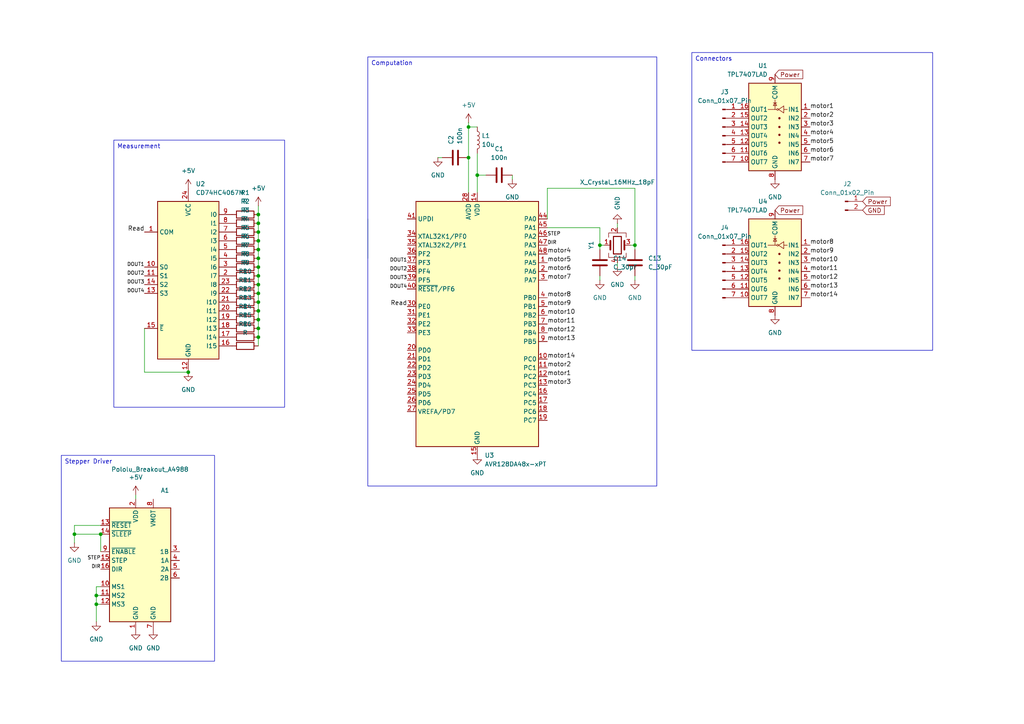
<source format=kicad_sch>
(kicad_sch (version 20250114) (generator "eeschema") (generator_version "9.0")
  (paper "A4")
  (lib_symbols
    (symbol "74xx:CD74HC4067M"
      (property "Reference" "U" (at -8.89 22.86 0))
      (property "Value" "CD74HC4067M" (at 1.27 22.86 0))
      (symbol "CD74HC4067M_0_1"
        (rectangle (start -8.89 21.59) (end 8.89 -24.13) (stroke (width 0.254)) (fill (type background)))
      )
      (symbol "CD74HC4067M_1_1"
        (pin passive line (at -12.7 12.7 0) (length 3.81) (name "COM") (number "1"))
        (pin input line (at -12.7 2.54 0) (length 3.81) (name "S0") (number "10"))
        (pin input line (at -12.7 0 0) (length 3.81) (name "S1") (number "11"))
        (pin input line (at -12.7 -2.54 0) (length 3.81) (name "S2") (number "14"))
        (pin input line (at -12.7 -5.08 0) (length 3.81) (name "S3") (number "13"))
        (pin input line (at -12.7 -15.24 0) (length 3.81) (name "~{E}") (number "15"))
        (pin power_in line (at 0 25.4 270) (length 3.81) (name "VCC") (number "24"))
        (pin power_in line (at 0 -27.94 90) (length 3.81) (name "GND") (number "12"))
        (pin passive line (at 12.7 17.78 180) (length 3.81) (name "I0") (number "9"))
        (pin passive line (at 12.7 15.24 180) (length 3.81) (name "I1") (number "8"))
        (pin passive line (at 12.7 12.7 180) (length 3.81) (name "I2") (number "7"))
        (pin passive line (at 12.7 10.16 180) (length 3.81) (name "I3") (number "6"))
        (pin passive line (at 12.7 7.62 180) (length 3.81) (name "I4") (number "5"))
        (pin passive line (at 12.7 5.08 180) (length 3.81) (name "I5") (number "4"))
        (pin passive line (at 12.7 2.54 180) (length 3.81) (name "I6") (number "3"))
        (pin passive line (at 12.7 0 180) (length 3.81) (name "I7") (number "2"))
        (pin passive line (at 12.7 -2.54 180) (length 3.81) (name "I8") (number "23"))
        (pin passive line (at 12.7 -5.08 180) (length 3.81) (name "I9") (number "22"))
        (pin passive line (at 12.7 -7.62 180) (length 3.81) (name "I10") (number "21"))
        (pin passive line (at 12.7 -10.16 180) (length 3.81) (name "I11") (number "20"))
        (pin passive line (at 12.7 -12.7 180) (length 3.81) (name "I12") (number "19"))
        (pin passive line (at 12.7 -15.24 180) (length 3.81) (name "I13") (number "18"))
        (pin passive line (at 12.7 -17.78 180) (length 3.81) (name "I14") (number "17"))
        (pin passive line (at 12.7 -20.32 180) (length 3.81) (name "I15") (number "16"))
      )
    )
    (symbol "Connector:Conn_01x02_Pin" (pin_names (offset 1.016) (hide yes))
      (property "Reference" "J" (at 0 2.54 0))
      (property "Value" "Conn_01x02_Pin" (at 0 -5.08 0))
      (symbol "Conn_01x02_Pin_1_1"
        (rectangle (start 0.8636 0.127) (end 0 -0.127) (stroke (width 0.1524)) (fill (type outline)))
        (rectangle (start 0.8636 -2.413) (end 0 -2.667) (stroke (width 0.1524)) (fill (type outline)))
        (polyline (pts (xy 1.27 0) (xy 0.8636 0)) (stroke (width 0.1524)))
        (polyline (pts (xy 1.27 -2.54) (xy 0.8636 -2.54)) (stroke (width 0.1524)))
        (pin passive line (at 5.08 0 180) (length 3.81) (name "Pin_1") (number "1"))
        (pin passive line (at 5.08 -2.54 180) (length 3.81) (name "Pin_2") (number "2"))
      )
    )
    (symbol "Connector:Conn_01x07_Pin" (pin_names (offset 1.016) (hide yes))
      (property "Reference" "J" (at 0 10.16 0))
      (property "Value" "Conn_01x07_Pin" (at 0 -10.16 0))
      (symbol "Conn_01x07_Pin_1_1"
        (rectangle (start 0.8636 7.747) (end 0 7.493) (stroke (width 0.1524)) (fill (type outline)))
        (rectangle (start 0.8636 5.207) (end 0 4.953) (stroke (width 0.1524)) (fill (type outline)))
        (rectangle (start 0.8636 2.667) (end 0 2.413) (stroke (width 0.1524)) (fill (type outline)))
        (rectangle (start 0.8636 0.127) (end 0 -0.127) (stroke (width 0.1524)) (fill (type outline)))
        (rectangle (start 0.8636 -2.413) (end 0 -2.667) (stroke (width 0.1524)) (fill (type outline)))
        (rectangle (start 0.8636 -4.953) (end 0 -5.207) (stroke (width 0.1524)) (fill (type outline)))
        (rectangle (start 0.8636 -7.493) (end 0 -7.747) (stroke (width 0.1524)) (fill (type outline)))
        (polyline (pts (xy 1.27 7.62) (xy 0.8636 7.62)) (stroke (width 0.1524)))
        (polyline (pts (xy 1.27 5.08) (xy 0.8636 5.08)) (stroke (width 0.1524)))
        (polyline (pts (xy 1.27 2.54) (xy 0.8636 2.54)) (stroke (width 0.1524)))
        (polyline (pts (xy 1.27 0) (xy 0.8636 0)) (stroke (width 0.1524)))
        (polyline (pts (xy 1.27 -2.54) (xy 0.8636 -2.54)) (stroke (width 0.1524)))
        (polyline (pts (xy 1.27 -5.08) (xy 0.8636 -5.08)) (stroke (width 0.1524)))
        (polyline (pts (xy 1.27 -7.62) (xy 0.8636 -7.62)) (stroke (width 0.1524)))
        (pin passive line (at 5.08 7.62 180) (length 3.81) (name "Pin_1") (number "1"))
        (pin passive line (at 5.08 5.08 180) (length 3.81) (name "Pin_2") (number "2"))
        (pin passive line (at 5.08 2.54 180) (length 3.81) (name "Pin_3") (number "3"))
        (pin passive line (at 5.08 0 180) (length 3.81) (name "Pin_4") (number "4"))
        (pin passive line (at 5.08 -2.54 180) (length 3.81) (name "Pin_5") (number "5"))
        (pin passive line (at 5.08 -5.08 180) (length 3.81) (name "Pin_6") (number "6"))
        (pin passive line (at 5.08 -7.62 180) (length 3.81) (name "Pin_7") (number "7"))
      )
    )
    (symbol "Device:C" (pin_numbers (hide yes)) (pin_names (offset 0.254))
      (property "Reference" "C" (at 0.635 2.54 0))
      (property "Value" "C" (at 0.635 -2.54 0))
      (symbol "C_0_1"
        (polyline (pts (xy -2.032 0.762) (xy 2.032 0.762)) (stroke (width 0.508)))
        (polyline (pts (xy -2.032 -0.762) (xy 2.032 -0.762)) (stroke (width 0.508)))
      )
      (symbol "C_1_1"
        (pin passive line (at 0 3.81 270) (length 2.794) (name "~") (number "1"))
        (pin passive line (at 0 -3.81 90) (length 2.794) (name "~") (number "2"))
      )
    )
    (symbol "Device:L" (pin_numbers (hide yes)) (pin_names (offset 1.016) (hide yes))
      (property "Reference" "L" (at -1.27 0 90))
      (property "Value" "L" (at 1.905 0 90))
      (symbol "L_0_1"
        (arc (start 0 2.54) (mid 0.6323 1.905) (end 0 1.27))
        (arc (start 0 1.27) (mid 0.6323 0.635) (end 0 0))
        (arc (start 0 0) (mid 0.6323 -0.635) (end 0 -1.27))
        (arc (start 0 -1.27) (mid 0.6323 -1.905) (end 0 -2.54))
      )
      (symbol "L_1_1"
        (pin passive line (at 0 3.81 270) (length 1.27) (name "1") (number "1"))
        (pin passive line (at 0 -3.81 90) (length 1.27) (name "2") (number "2"))
      )
    )
    (symbol "Device:R" (pin_numbers (hide yes)) (pin_names (offset 0))
      (property "Reference" "R" (at 2.032 0 90))
      (property "Value" "R" (at 0 0 90))
      (symbol "R_0_1"
        (rectangle (start -1.016 -2.54) (end 1.016 2.54) (stroke (width 0.254)))
      )
      (symbol "R_1_1"
        (pin passive line (at 0 3.81 270) (length 1.27) (name "~") (number "1"))
        (pin passive line (at 0 -3.81 90) (length 1.27) (name "~") (number "2"))
      )
    )
    (symbol "Driver_Motor:Pololu_Breakout_A4988"
      (property "Reference" "A" (at -2.54 19.05 0))
      (property "Value" "Pololu_Breakout_A4988" (at -2.54 16.51 0))
      (symbol "Pololu_Breakout_A4988_0_1"
        (rectangle (start 10.16 -17.78) (end -7.62 15.24) (stroke (width 0.254)) (fill (type background)))
      )
      (symbol "Pololu_Breakout_A4988_1_1"
        (pin input line (at -10.16 10.16 0) (length 2.54) (name "~{RESET}") (number "13"))
        (pin input line (at -10.16 7.62 0) (length 2.54) (name "~{SLEEP}") (number "14"))
        (pin input line (at -10.16 2.54 0) (length 2.54) (name "~{ENABLE}") (number "9"))
        (pin input line (at -10.16 0 0) (length 2.54) (name "STEP") (number "15"))
        (pin input line (at -10.16 -2.54 0) (length 2.54) (name "DIR") (number "16"))
        (pin input line (at -10.16 -7.62 0) (length 2.54) (name "MS1") (number "10"))
        (pin input line (at -10.16 -10.16 0) (length 2.54) (name "MS2") (number "11"))
        (pin input line (at -10.16 -12.7 0) (length 2.54) (name "MS3") (number "12"))
        (pin power_in line (at 0 17.78 270) (length 2.54) (name "VDD") (number "2"))
        (pin power_in line (at 0 -20.32 90) (length 2.54) (name "GND") (number "1"))
        (pin power_in line (at 5.08 17.78 270) (length 2.54) (name "VMOT") (number "8"))
        (pin power_in line (at 5.08 -20.32 90) (length 2.54) (name "GND") (number "7"))
        (pin output line (at 12.7 2.54 180) (length 2.54) (name "1B") (number "3"))
        (pin output line (at 12.7 0 180) (length 2.54) (name "1A") (number "4"))
        (pin output line (at 12.7 -2.54 180) (length 2.54) (name "2A") (number "5"))
        (pin output line (at 12.7 -5.08 180) (length 2.54) (name "2B") (number "6"))
      )
    )
    (symbol "MCU_Microchip_AVR_Dx:AVR128DA48x-xPT"
      (property "Reference" "U" (at -17.78 36.83 0))
      (property "Value" "AVR128DA48x-xPT" (at 5.08 -36.83 0))
      (symbol "AVR128DA48x-xPT_0_1"
        (rectangle (start -17.78 35.56) (end 17.78 -35.56) (stroke (width 0.254)) (fill (type background)))
      )
      (symbol "AVR128DA48x-xPT_1_1"
        (pin input line (at -20.32 30.48 0) (length 2.54) (name "UPDI") (number "41"))
        (pin bidirectional line (at -20.32 25.4 0) (length 2.54) (name "XTAL32K1/PF0") (number "34"))
        (pin bidirectional line (at -20.32 22.86 0) (length 2.54) (name "XTAL32K2/PF1") (number "35"))
        (pin bidirectional line (at -20.32 20.32 0) (length 2.54) (name "PF2") (number "36"))
        (pin bidirectional line (at -20.32 17.78 0) (length 2.54) (name "PF3") (number "37"))
        (pin bidirectional line (at -20.32 15.24 0) (length 2.54) (name "PF4") (number "38"))
        (pin bidirectional line (at -20.32 12.7 0) (length 2.54) (name "PF5") (number "39"))
        (pin bidirectional line (at -20.32 10.16 0) (length 2.54) (name "~{RESET}/PF6") (number "40"))
        (pin bidirectional line (at -20.32 5.08 0) (length 2.54) (name "PE0") (number "30"))
        (pin bidirectional line (at -20.32 2.54 0) (length 2.54) (name "PE1") (number "31"))
        (pin bidirectional line (at -20.32 0 0) (length 2.54) (name "PE2") (number "32"))
        (pin bidirectional line (at -20.32 -2.54 0) (length 2.54) (name "PE3") (number "33"))
        (pin bidirectional line (at -20.32 -7.62 0) (length 2.54) (name "PD0") (number "20"))
        (pin bidirectional line (at -20.32 -10.16 0) (length 2.54) (name "PD1") (number "21"))
        (pin bidirectional line (at -20.32 -12.7 0) (length 2.54) (name "PD2") (number "22"))
        (pin bidirectional line (at -20.32 -15.24 0) (length 2.54) (name "PD3") (number "23"))
        (pin bidirectional line (at -20.32 -17.78 0) (length 2.54) (name "PD4") (number "24"))
        (pin bidirectional line (at -20.32 -20.32 0) (length 2.54) (name "PD5") (number "25"))
        (pin bidirectional line (at -20.32 -22.86 0) (length 2.54) (name "PD6") (number "26"))
        (pin bidirectional line (at -20.32 -25.4 0) (length 2.54) (name "VREFA/PD7") (number "27"))
        (pin power_in line (at -2.54 38.1 270) (length 2.54) (name "AVDD") (number "28"))
        (pin power_in line (at 0 38.1 270) (length 2.54) (name "VDD") (number "14"))
        (pin passive line (at 0 38.1 270) (length 2.54) (hide yes) (name "VDD") (number "42"))
        (pin power_in line (at 0 -38.1 90) (length 2.54) (name "GND") (number "15"))
        (pin passive line (at 0 -38.1 90) (length 2.54) (hide yes) (name "GND") (number "29"))
        (pin passive line (at 0 -38.1 90) (length 2.54) (hide yes) (name "GND") (number "43"))
        (pin bidirectional line (at 20.32 30.48 180) (length 2.54) (name "PA0") (number "44"))
        (pin bidirectional line (at 20.32 27.94 180) (length 2.54) (name "PA1") (number "45"))
        (pin bidirectional line (at 20.32 25.4 180) (length 2.54) (name "PA2") (number "46"))
        (pin bidirectional line (at 20.32 22.86 180) (length 2.54) (name "PA3") (number "47"))
        (pin bidirectional line (at 20.32 20.32 180) (length 2.54) (name "PA4") (number "48"))
        (pin bidirectional line (at 20.32 17.78 180) (length 2.54) (name "PA5") (number "1"))
        (pin bidirectional line (at 20.32 15.24 180) (length 2.54) (name "PA6") (number "2"))
        (pin bidirectional line (at 20.32 12.7 180) (length 2.54) (name "PA7") (number "3"))
        (pin bidirectional line (at 20.32 7.62 180) (length 2.54) (name "PB0") (number "4"))
        (pin bidirectional line (at 20.32 5.08 180) (length 2.54) (name "PB1") (number "5"))
        (pin bidirectional line (at 20.32 2.54 180) (length 2.54) (name "PB2") (number "6"))
        (pin bidirectional line (at 20.32 0 180) (length 2.54) (name "PB3") (number "7"))
        (pin bidirectional line (at 20.32 -2.54 180) (length 2.54) (name "PB4") (number "8"))
        (pin bidirectional line (at 20.32 -5.08 180) (length 2.54) (name "PB5") (number "9"))
        (pin bidirectional line (at 20.32 -10.16 180) (length 2.54) (name "PC0") (number "10"))
        (pin bidirectional line (at 20.32 -12.7 180) (length 2.54) (name "PC1") (number "11"))
        (pin bidirectional line (at 20.32 -15.24 180) (length 2.54) (name "PC2") (number "12"))
        (pin bidirectional line (at 20.32 -17.78 180) (length 2.54) (name "PC3") (number "13"))
        (pin bidirectional line (at 20.32 -20.32 180) (length 2.54) (name "PC4") (number "16"))
        (pin bidirectional line (at 20.32 -22.86 180) (length 2.54) (name "PC5") (number "17"))
        (pin bidirectional line (at 20.32 -25.4 180) (length 2.54) (name "PC6") (number "18"))
        (pin bidirectional line (at 20.32 -27.94 180) (length 2.54) (name "PC7") (number "19"))
      )
    )
    (symbol "OEM:C_30pF" (pin_numbers (hide yes)) (pin_names (offset 0.254))
      (property "Reference" "C" (at 0.635 2.54 0))
      (property "Value" "C_30pF" (at 0.635 -2.54 0))
      (symbol "C_30pF_0_1"
        (polyline (pts (xy -2.032 0.762) (xy 2.032 0.762)) (stroke (width 0.508)))
        (polyline (pts (xy -2.032 -0.762) (xy 2.032 -0.762)) (stroke (width 0.508)))
      )
      (symbol "C_30pF_1_1"
        (pin passive line (at 0 3.81 270) (length 2.794) (name "~") (number "1"))
        (pin passive line (at 0 -3.81 90) (length 2.794) (name "~") (number "2"))
      )
    )
    (symbol "OEM:X_Crystal_16MHz_18pF" (pin_names (offset 1.016) (hide yes))
      (property "Reference" "Y" (at 3.175 5.08 0))
      (property "Value" "X_Crystal_16MHz_18pF" (at 3.175 3.175 0))
      (symbol "X_Crystal_16MHz_18pF_0_1"
        (polyline (pts (xy -2.54 2.286) (xy -2.54 3.556) (xy 2.54 3.556) (xy 2.54 2.286)))
        (polyline (pts (xy -2.54 0) (xy -2.032 0)))
        (polyline (pts (xy -2.54 -2.286) (xy -2.54 -3.556) (xy 2.54 -3.556) (xy 2.54 -2.286)))
        (polyline (pts (xy -2.032 -1.27) (xy -2.032 1.27)) (stroke (width 0.508)))
        (rectangle (start -1.143 2.54) (end 1.143 -2.54) (stroke (width 0.3048)))
        (polyline (pts (xy 0 3.556) (xy 0 3.81)))
        (polyline (pts (xy 0 -3.81) (xy 0 -3.556)))
        (polyline (pts (xy 2.032 0) (xy 2.54 0)))
        (polyline (pts (xy 2.032 -1.27) (xy 2.032 1.27)) (stroke (width 0.508)))
      )
      (symbol "X_Crystal_16MHz_18pF_1_1"
        (pin passive line (at -3.81 0 0) (length 1.27) (name "1") (number "1"))
        (pin passive line (at 0 5.08 270) (length 1.27) (name "2") (number "2"))
        (pin passive line (at 0 -5.08 90) (length 1.27) (name "4") (number "4"))
        (pin passive line (at 3.81 0 180) (length 1.27) (name "3") (number "3"))
      )
    )
    (symbol "Transistor_Array:TPL7407LAD"
      (property "Reference" "U" (at -8.128 13.716 0))
      (property "Value" "TPL7407LAD" (at 6.858 13.716 0))
      (symbol "TPL7407LAD_0_1"
        (rectangle (start -7.62 12.7) (end 7.62 -12.7) (stroke (width 0.254)) (fill (type background)))
        (polyline (pts (xy -3.556 5.08) (xy -2.54 5.08)))
        (polyline (pts (xy -2.54 6.096) (xy -2.54 4.064) (xy -1.016 5.08) (xy -2.54 6.096)))
        (circle (center -1.27 2.54) (radius 0.254) (fill (type outline)))
        (circle (center -1.27 0) (radius 0.254) (fill (type outline)))
        (circle (center -1.27 -2.286) (radius 0.254) (fill (type outline)))
        (circle (center -1.27 -4.572) (radius 0.254) (fill (type outline)))
        (circle (center -0.762 5.08) (radius 0.254))
        (polyline (pts (xy -0.508 5.08) (xy 2.032 5.08)))
        (polyline (pts (xy 0 7.874) (xy 0 5.08)))
        (polyline (pts (xy 0.508 6.985) (xy -0.508 6.985)))
        (polyline (pts (xy 0.508 6.223) (xy -0.508 6.223) (xy 0 6.985) (xy 0.508 6.223)))
      )
      (symbol "TPL7407LAD_1_1"
        (pin input line (at -10.16 5.08 0) (length 2.54) (name "IN1") (number "1"))
        (pin input line (at -10.16 2.54 0) (length 2.54) (name "IN2") (number "2"))
        (pin input line (at -10.16 0 0) (length 2.54) (name "IN3") (number "3"))
        (pin input line (at -10.16 -2.54 0) (length 2.54) (name "IN4") (number "4"))
        (pin input line (at -10.16 -5.08 0) (length 2.54) (name "IN5") (number "5"))
        (pin input line (at -10.16 -7.62 0) (length 2.54) (name "IN6") (number "6"))
        (pin input line (at -10.16 -10.16 0) (length 2.54) (name "IN7") (number "7"))
        (pin power_in line (at 0 15.24 270) (length 2.54) (name "COM") (number "9"))
        (pin power_in line (at 0 -15.24 90) (length 2.54) (name "GND") (number "8"))
        (pin open_collector line (at 10.16 5.08 180) (length 2.54) (name "OUT1") (number "16"))
        (pin open_collector line (at 10.16 2.54 180) (length 2.54) (name "OUT2") (number "15"))
        (pin open_collector line (at 10.16 0 180) (length 2.54) (name "OUT3") (number "14"))
        (pin open_collector line (at 10.16 -2.54 180) (length 2.54) (name "OUT4") (number "13"))
        (pin open_collector line (at 10.16 -5.08 180) (length 2.54) (name "OUT5") (number "12"))
        (pin open_collector line (at 10.16 -7.62 180) (length 2.54) (name "OUT6") (number "11"))
        (pin open_collector line (at 10.16 -10.16 180) (length 2.54) (name "OUT7") (number "10"))
      )
    )
    (symbol "power:+5V" (power) (pin_numbers (hide yes)) (pin_names (offset 0) (hide yes))
      (property "Value" "+5V" (at 0 3.556 0))
      (symbol "+5V_0_1"
        (polyline (pts (xy -0.762 1.27) (xy 0 2.54)))
        (polyline (pts (xy 0 2.54) (xy 0.762 1.27)))
        (polyline (pts (xy 0 0) (xy 0 2.54)))
      )
      (symbol "+5V_1_1"
        (pin power_in line (at 0 0 90) (length 0) (name "~") (number "1"))
      )
    )
    (symbol "power:GND" (power) (pin_numbers (hide yes)) (pin_names (offset 0) (hide yes))
      (property "Value" "GND" (at 0 -3.81 0))
      (symbol "GND_0_1"
        (polyline (pts (xy 0 0) (xy 0 -1.27) (xy 1.27 -1.27) (xy 0 -2.54) (xy -1.27 -1.27) (xy 0 -1.27)))
      )
      (symbol "GND_1_1"
        (pin power_in line (at 0 0 270) (length 0) (name "~") (number "1"))
      )
    )
  )
  (text_box "Stepper Driver" (at 17.78 132.08 0) (size 44.45 59.69) (margins 0.9525 0.9525 0.9525 0.9525) (effects (font (size 1.27 1.27)) (justify left top)))
  (text_box "Connectors" (at 200.66 15.24 0) (size 69.85 86.36) (margins 0.9525 0.9525 0.9525 0.9525) (effects (font (size 1.27 1.27)) (justify left top)))
  (text_box "Measurement" (at 33.02 40.64 0) (size 49.53 77.47) (margins 0.9525 0.9525 0.9525 0.9525) (effects (font (size 1.27 1.27)) (justify left top)))
  (text_box "Computation" (at 106.68 16.51 0) (size 83.82 124.46) (margins 0.9525 0.9525 0.9525 0.9525) (effects (font (size 1.27 1.27)) (justify left top)))
  (junction (at 74.93 77.47))
  (junction (at 74.93 95.25))
  (junction (at 74.93 87.63))
  (junction (at 27.94 175.26))
  (junction (at 135.89 36.83))
  (junction (at 54.61 107.95))
  (junction (at 184.15 71.12))
  (junction (at 29.21 154.94))
  (junction (at 135.89 45.72))
  (junction (at 21.59 154.94))
  (junction (at 74.93 64.77))
  (junction (at 74.93 80.01))
  (junction (at 173.99 71.12))
  (junction (at 74.93 82.55))
  (junction (at 74.93 69.85))
  (junction (at 74.93 85.09))
  (junction (at 74.93 97.79))
  (junction (at 74.93 62.23))
  (junction (at 27.94 172.72))
  (junction (at 138.43 50.8))
  (junction (at 74.93 90.17))
  (junction (at 74.93 67.31))
  (junction (at 74.93 72.39))
  (junction (at 74.93 74.93))
  (junction (at 74.93 92.71))
  (wire (pts (xy 21.59 154.94) (xy 21.59 157.48)))
  (wire (pts (xy 135.89 36.83) (xy 138.43 36.83)))
  (wire (pts (xy 74.93 97.79) (xy 74.93 100.33)))
  (wire (pts (xy 74.93 59.69) (xy 74.93 62.23)))
  (wire (pts (xy 158.75 66.04) (xy 173.99 66.04)))
  (wire (pts (xy 41.91 107.95) (xy 54.61 107.95)))
  (wire (pts (xy 74.93 90.17) (xy 74.93 92.71)))
  (wire (pts (xy 29.21 154.94) (xy 29.21 160.02)))
  (wire (pts (xy 148.59 50.8) (xy 148.59 52.07)))
  (wire (pts (xy 106.68 63.5) (xy 106.68 74.93)))
  (wire (pts (xy 29.21 172.72) (xy 27.94 172.72)))
  (wire (pts (xy 74.93 72.39) (xy 74.93 74.93)))
  (wire (pts (xy 29.21 170.18) (xy 27.94 170.18)))
  (wire (pts (xy 74.93 74.93) (xy 74.93 77.47)))
  (wire (pts (xy 74.93 67.31) (xy 74.93 69.85)))
  (wire (pts (xy 29.21 154.94) (xy 21.59 154.94)))
  (wire (pts (xy 74.93 92.71) (xy 74.93 95.25)))
  (wire (pts (xy 158.75 54.61) (xy 158.75 63.5)))
  (wire (pts (xy 74.93 69.85) (xy 74.93 72.39)))
  (wire (pts (xy 158.75 54.61) (xy 184.15 54.61)))
  (wire (pts (xy 135.89 45.72) (xy 135.89 55.88)))
  (wire (pts (xy 184.15 71.12) (xy 182.88 71.12)))
  (wire (pts (xy 27.94 172.72) (xy 27.94 175.26)))
  (wire (pts (xy 135.89 35.56) (xy 135.89 36.83)))
  (wire (pts (xy 74.93 82.55) (xy 74.93 85.09)))
  (wire (pts (xy 27.94 175.26) (xy 27.94 180.34)))
  (wire (pts (xy 138.43 50.8) (xy 140.97 50.8)))
  (wire (pts (xy 184.15 80.01) (xy 184.15 81.28)))
  (wire (pts (xy 173.99 71.12) (xy 173.99 72.39)))
  (wire (pts (xy 184.15 72.39) (xy 184.15 71.12)))
  (wire (pts (xy 74.93 80.01) (xy 74.93 82.55)))
  (wire (pts (xy 29.21 175.26) (xy 27.94 175.26)))
  (wire (pts (xy 138.43 50.8) (xy 138.43 55.88)))
  (wire (pts (xy 21.59 152.4) (xy 21.59 154.94)))
  (wire (pts (xy 173.99 71.12) (xy 175.26 71.12)))
  (wire (pts (xy 74.93 87.63) (xy 74.93 90.17)))
  (wire (pts (xy 39.37 143.51) (xy 39.37 144.78)))
  (wire (pts (xy 173.99 71.12) (xy 173.99 66.04)))
  (wire (pts (xy 74.93 62.23) (xy 74.93 64.77)))
  (wire (pts (xy 179.07 64.77) (xy 179.07 66.04)))
  (wire (pts (xy 27.94 170.18) (xy 27.94 172.72)))
  (wire (pts (xy 173.99 80.01) (xy 173.99 81.28)))
  (wire (pts (xy 74.93 95.25) (xy 74.93 97.79)))
  (wire (pts (xy 41.91 95.25) (xy 41.91 107.95)))
  (wire (pts (xy 29.21 152.4) (xy 21.59 152.4)))
  (wire (pts (xy 128.27 45.72) (xy 127 45.72)))
  (wire (pts (xy 74.93 85.09) (xy 74.93 87.63)))
  (wire (pts (xy 184.15 54.61) (xy 184.15 71.12)))
  (wire (pts (xy 74.93 64.77) (xy 74.93 67.31)))
  (wire (pts (xy 138.43 44.45) (xy 138.43 50.8)))
  (wire (pts (xy 74.93 77.47) (xy 74.93 80.01)))
  (wire (pts (xy 179.07 76.2) (xy 179.07 77.47)))
  (wire (pts (xy 135.89 36.83) (xy 135.89 45.72)))
  (label "motor14" (at 234.95 86.36 0))
  (label "Read" (at 118.11 88.9 180))
  (label "motor2" (at 234.95 34.29 0))
  (label "Read" (at 41.91 67.31 180))
  (label "motor2" (at 158.75 106.68 0))
  (label "motor4" (at 158.75 73.66 0))
  (label "motor13" (at 234.95 83.82 0))
  (label "DOUT2" (at 118.11 78.74 180) (effects (font (size 1.016 1.016))))
  (label "motor3" (at 158.75 111.76 0))
  (label "motor10" (at 234.95 76.2 0))
  (label "motor11" (at 234.95 78.74 0))
  (label "motor9" (at 158.75 88.9 0))
  (label "motor3" (at 234.95 36.83 0))
  (label "DOUT1" (at 41.91 77.47 180) (effects (font (size 1.016 1.016))))
  (label "DIR" (at 158.75 71.12 0) (effects (font (size 1.016 1.016))))
  (label "DOUT3" (at 118.11 81.28 180) (effects (font (size 1.016 1.016))))
  (label "motor6" (at 158.75 78.74 0))
  (label "motor7" (at 234.95 46.99 0))
  (label "motor1" (at 158.75 109.22 0))
  (label "motor13" (at 158.75 99.06 0))
  (label "motor11" (at 158.75 93.98 0))
  (label "DIR" (at 29.21 165.1 180) (effects (font (size 1.016 1.016))))
  (label "STEP" (at 158.75 68.58 0) (effects (font (size 1.016 1.016))))
  (label "motor12" (at 234.95 81.28 0))
  (label "motor1" (at 234.95 31.75 0))
  (label "motor12" (at 158.75 96.52 0))
  (label "DOUT4" (at 41.91 85.09 180) (effects (font (size 1.016 1.016))))
  (label "motor6" (at 234.95 44.45 0))
  (label "motor5" (at 234.95 41.91 0))
  (label "motor8" (at 234.95 71.12 0))
  (label "DOUT2" (at 41.91 80.01 180) (effects (font (size 1.016 1.016))))
  (label "STEP" (at 29.21 162.56 180) (effects (font (size 1.016 1.016))))
  (label "DOUT4" (at 118.11 83.82 180) (effects (font (size 1.016 1.016))))
  (label "DOUT3" (at 41.91 82.55 180) (effects (font (size 1.016 1.016))))
  (label "motor8" (at 158.75 86.36 0))
  (label "motor10" (at 158.75 91.44 0))
  (label "DOUT1" (at 118.11 76.2 180) (effects (font (size 1.016 1.016))))
  (label "motor14" (at 158.75 104.14 0))
  (label "motor9" (at 234.95 73.66 0))
  (label "motor7" (at 158.75 81.28 0))
  (label "motor5" (at 158.75 76.2 0))
  (label "motor4" (at 234.95 39.37 0))
  (global_label "Power" (shape input) (at 224.79 60.96 0) (property "Intersheetrefs" "${INTERSHEET_REFS}" (effects (hide yes))))
  (global_label "Power" (shape input) (at 224.79 21.59 0) (property "Intersheetrefs" "${INTERSHEET_REFS}" (effects (hide yes))))
  (global_label "GND" (shape input) (at 250.19 60.96 0) (property "Intersheetrefs" "${INTERSHEET_REFS}" (effects (hide yes))))
  (global_label "Power" (shape input) (at 250.19 58.42 0) (property "Intersheetrefs" "${INTERSHEET_REFS}" (effects (hide yes))))
  (symbol (lib_id "MCU_Microchip_AVR_Dx:AVR128DA48x-xPT") (at 138.43 93.98 0) (unit 1)
    (property "Reference" "U3" (at 140.5733 132.08 0) (effects (justify left)))
    (property "Value" "AVR128DA48x-xPT" (at 140.5733 134.62 0) (effects (justify left)))
    (property "Footprint" "Package_QFP:TQFP-48_7x7mm_P0.5mm" (effects (hide yes)))
    (property "Datasheet" "https://ww1.microchip.com/downloads/en/DeviceDoc/AVR128DA28-32-48-64-DataSheet-DS40002183B.pdf" (effects (hide yes)))
    (property "Description" "24MHz, 128kB Flash, 16kB SRAM, EEPROM with Touch Sensing, TQFP-48" (effects (hide yes)))
  )
  (symbol (lib_id "Device:C") (at 132.08 45.72 90) (unit 1)
    (property "Reference" "C2" (at 130.8099 41.91 0) (effects (justify left)))
    (property "Value" "100n" (at 133.3499 41.91 0) (effects (justify left)))
    (property "Description" "Unpolarized capacitor" (effects (hide yes)))
  )
  (symbol (lib_id "power:GND") (at 27.94 180.34 0) (unit 1)
    (property "Reference" "#PWR03" (effects (hide yes)))
    (property "Value" "GND" (at 27.94 185.42 0))
    (property "Description" "Power symbol creates a global label with name \"GND\" , ground" (effects (hide yes)))
  )
  (symbol (lib_id "Device:R") (at 71.12 90.17 90) (unit 1)
    (property "Reference" "R12" (at 71.12 83.82 90))
    (property "Value" "R" (at 71.12 86.36 90))
    (property "Description" "Resistor" (effects (hide yes)))
  )
  (symbol (lib_id "power:GND") (at 54.61 107.95 0) (unit 1)
    (property "Reference" "#PWR06" (effects (hide yes)))
    (property "Value" "GND" (at 54.61 113.03 0))
    (property "Description" "Power symbol creates a global label with name \"GND\" , ground" (effects (hide yes)))
  )
  (symbol (lib_id "OEM:C_30pF") (at 173.99 76.2 0) (unit 1)
    (property "Reference" "C14" (at 177.8 74.9299 0) (effects (justify left)))
    (property "Value" "C_30pF" (at 177.8 77.4699 0) (effects (justify left)))
    (property "Footprint" "OEM:C_0603" (effects (hide yes)))
    (property "Datasheet" "https://www.seielect.com/Catalog/SEI-CML.PDF" (effects (hide yes)))
    (property "Description" "Unpolarized capacitor 30pf 5% 50V C0G NP0 0603" (effects (hide yes)))
    (property "MPN" "CML0603C0G300JT50V" (effects (hide yes)))
    (property "MFN" "Stackpole Electronics" (effects (hide yes)))
    (property "DKPN" "738-CML0603C0G300JT50VDKR-ND" (effects (hide yes)))
    (property "NewDesigns" "YES" (effects (hide yes)))
    (property "Stocked" "Digi-Reel" (effects (hide yes)))
    (property "Package" "0603" (effects (hide yes)))
    (property "Style" "SMD" (effects (hide yes)))
  )
  (symbol (lib_id "Device:R") (at 71.12 87.63 90) (unit 1)
    (property "Reference" "R11" (at 71.12 81.28 90))
    (property "Value" "R" (at 71.12 83.82 90))
    (property "Description" "Resistor" (effects (hide yes)))
  )
  (symbol (lib_id "Device:R") (at 71.12 64.77 90) (unit 1)
    (property "Reference" "R2" (at 71.12 58.42 90))
    (property "Value" "R" (at 71.12 60.96 90))
    (property "Description" "Resistor" (effects (hide yes)))
  )
  (symbol (lib_id "power:GND") (at 21.59 157.48 0) (unit 1)
    (property "Reference" "#PWR04" (effects (hide yes)))
    (property "Value" "GND" (at 21.59 162.56 0))
    (property "Description" "Power symbol creates a global label with name \"GND\" , ground" (effects (hide yes)))
  )
  (symbol (lib_id "Device:R") (at 71.12 77.47 90) (unit 1)
    (property "Reference" "R7" (at 71.12 71.12 90))
    (property "Value" "R" (at 71.12 73.66 90))
    (property "Description" "Resistor" (effects (hide yes)))
  )
  (symbol (lib_id "Device:R") (at 71.12 97.79 90) (unit 1)
    (property "Reference" "R15" (at 71.12 91.44 90))
    (property "Value" "R" (at 71.12 93.98 90))
    (property "Description" "Resistor" (effects (hide yes)))
  )
  (symbol (lib_id "Transistor_Array:TPL7407LAD") (at 224.79 76.2 0) (mirror y) (unit 1)
    (property "Reference" "U4" (at 222.6467 58.42 0) (effects (justify left)))
    (property "Value" "TPL7407LAD" (at 222.6467 60.96 0) (effects (justify left)))
    (property "Footprint" "Package_SO:SOIC-16_3.9x9.9mm_P1.27mm" (effects (hide yes)))
    (property "Datasheet" "https://www.ti.com/lit/gpn/tpl7407la" (effects (hide yes)))
    (property "Description" "7-Channel Low Side Driver, CMOS Improvement of Darlington Array, 30V, SOIC-16" (effects (hide yes)))
  )
  (symbol (lib_id "Device:R") (at 71.12 92.71 90) (unit 1)
    (property "Reference" "R13" (at 71.12 86.36 90))
    (property "Value" "R" (at 71.12 88.9 90))
    (property "Description" "Resistor" (effects (hide yes)))
  )
  (symbol (lib_id "OEM:X_Crystal_16MHz_18pF") (at 179.07 71.12 0) (unit 1)
    (property "Reference" "Y1" (at 171.45 71.12 90))
    (property "Value" "X_Crystal_16MHz_18pF" (at 179.07 52.832 0))
    (property "Footprint" "OEM:Crystal_TXC7M" (effects (hide yes)))
    (property "Datasheet" "http://txccrystal.com/images/pdf/7m.pdf" (effects (hide yes)))
    (property "Description" "16MHz 18pF crystal" (effects (hide yes)))
    (property "MPN" "7M-16.000MAAJ-T" (effects (hide yes)))
    (property "MFN" "TXC" (effects (hide yes)))
    (property "DKPN" "887-1125-1-ND" (effects (hide yes)))
    (property "NewDesigns" "YES" (effects (hide yes)))
    (property "Stocked" "Tape" (effects (hide yes)))
    (property "Package" "Custom" (effects (hide yes)))
    (property "Style" "SMD" (effects (hide yes)))
  )
  (symbol (lib_id "power:GND") (at 179.07 77.47 0) (unit 1)
    (property "Reference" "#PWR021" (effects (hide yes)))
    (property "Value" "GND" (at 179.07 82.55 0))
    (property "Description" "Power symbol creates a global label with name \"GND\" , ground" (effects (hide yes)))
  )
  (symbol (lib_id "power:GND") (at 184.15 81.28 0) (unit 1)
    (property "Reference" "#PWR041" (effects (hide yes)))
    (property "Value" "GND" (at 184.15 86.36 0))
    (property "Description" "Power symbol creates a global label with name \"GND\" , ground" (effects (hide yes)))
  )
  (symbol (lib_id "Transistor_Array:TPL7407LAD") (at 224.79 36.83 0) (mirror y) (unit 1)
    (property "Reference" "U1" (at 222.6467 19.05 0) (effects (justify left)))
    (property "Value" "TPL7407LAD" (at 222.6467 21.59 0) (effects (justify left)))
    (property "Footprint" "Package_SO:SOIC-16_3.9x9.9mm_P1.27mm" (effects (hide yes)))
    (property "Datasheet" "https://www.ti.com/lit/gpn/tpl7407la" (effects (hide yes)))
    (property "Description" "7-Channel Low Side Driver, CMOS Improvement of Darlington Array, 30V, SOIC-16" (effects (hide yes)))
  )
  (symbol (lib_id "Device:R") (at 71.12 100.33 90) (unit 1)
    (property "Reference" "R16" (at 71.12 93.98 90))
    (property "Value" "R" (at 71.12 96.52 90))
    (property "Description" "Resistor" (effects (hide yes)))
  )
  (symbol (lib_id "Device:R") (at 71.12 67.31 90) (unit 1)
    (property "Reference" "R3" (at 71.12 60.96 90))
    (property "Value" "R" (at 71.12 63.5 90))
    (property "Description" "Resistor" (effects (hide yes)))
  )
  (symbol (lib_id "power:GND") (at 44.45 182.88 0) (unit 1)
    (property "Reference" "#PWR01" (effects (hide yes)))
    (property "Value" "GND" (at 44.45 187.96 0))
    (property "Description" "Power symbol creates a global label with name \"GND\" , ground" (effects (hide yes)))
  )
  (symbol (lib_id "Device:R") (at 71.12 85.09 90) (unit 1)
    (property "Reference" "R10" (at 71.12 78.74 90))
    (property "Value" "R" (at 71.12 81.28 90))
    (property "Description" "Resistor" (effects (hide yes)))
  )
  (symbol (lib_id "Device:L") (at 138.43 40.64 0) (unit 1)
    (property "Reference" "L1" (at 139.7 39.3699 0) (effects (justify left)))
    (property "Value" "10u" (at 139.7 41.9099 0) (effects (justify left)))
    (property "Description" "Inductor" (effects (hide yes)))
  )
  (symbol (lib_id "Device:R") (at 71.12 62.23 90) (unit 1)
    (property "Reference" "R1" (at 71.12 55.88 90))
    (property "Value" "R" (at 71.12 58.42 90))
    (property "Description" "Resistor" (effects (hide yes)))
  )
  (symbol (lib_id "Connector:Conn_01x02_Pin") (at 245.11 58.42 0) (unit 1)
    (property "Reference" "J2" (at 245.745 53.34 0))
    (property "Value" "Conn_01x02_Pin" (at 245.745 55.88 0))
    (property "Description" "Generic connector, single row, 01x02, script generated" (effects (hide yes)))
  )
  (symbol (lib_id "power:GND") (at 138.43 132.08 0) (unit 1)
    (property "Reference" "#PWR05" (effects (hide yes)))
    (property "Value" "GND" (at 138.43 137.16 0))
    (property "Description" "Power symbol creates a global label with name \"GND\" , ground" (effects (hide yes)))
  )
  (symbol (lib_id "power:GND") (at 127 45.72 0) (unit 1)
    (property "Reference" "#PWR013" (effects (hide yes)))
    (property "Value" "GND" (at 127 50.8 0))
    (property "Description" "Power symbol creates a global label with name \"GND\" , ground" (effects (hide yes)))
  )
  (symbol (lib_id "Device:C") (at 144.78 50.8 90) (unit 1)
    (property "Reference" "C1" (at 144.78 43.18 90))
    (property "Value" "100n" (at 144.78 45.72 90))
    (property "Description" "Unpolarized capacitor" (effects (hide yes)))
  )
  (symbol (lib_id "74xx:CD74HC4067M") (at 54.61 80.01 0) (unit 1)
    (property "Reference" "U2" (at 56.7533 53.34 0) (effects (justify left)))
    (property "Value" "CD74HC4067M" (at 56.7533 55.88 0) (effects (justify left)))
    (property "Footprint" "Package_SO:SOIC-24W_7.5x15.4mm_P1.27mm" (effects (hide yes)))
    (property "Datasheet" "http://www.ti.com/lit/ds/symlink/cd74hc4067.pdf" (effects (hide yes)))
    (property "Description" "High-Speed CMOS Logic 16-Channel Analog Multiplexer/Demultiplexer, SOIC-24" (effects (hide yes)))
  )
  (symbol (lib_id "Driver_Motor:Pololu_Breakout_A4988") (at 39.37 162.56 0) (unit 1)
    (property "Reference" "A1" (at 46.5933 142.24 0) (effects (justify left)))
    (property "Value" "Pololu_Breakout_A4988" (at 32.258 136.144 0) (effects (justify left)))
    (property "Footprint" "Module:Pololu_Breakout-16_15.2x20.3mm" (effects (hide yes)))
    (property "Datasheet" "https://www.pololu.com/product/2980/pictures" (effects (hide yes)))
    (property "Description" "Pololu Breakout Board, Stepper Driver A4988" (effects (hide yes)))
  )
  (symbol (lib_id "power:+5V") (at 74.93 59.69 0) (unit 1)
    (property "Reference" "#PWR09" (effects (hide yes)))
    (property "Value" "+5V" (at 74.93 54.61 0))
    (property "Description" "Power symbol creates a global label with name \"+5V\"" (effects (hide yes)))
  )
  (symbol (lib_id "Device:R") (at 71.12 69.85 90) (unit 1)
    (property "Reference" "R4" (at 71.12 63.5 90))
    (property "Value" "R" (at 71.12 66.04 90))
    (property "Description" "Resistor" (effects (hide yes)))
  )
  (symbol (lib_id "power:GND") (at 224.79 91.44 0) (unit 1)
    (property "Reference" "#PWR07" (effects (hide yes)))
    (property "Value" "GND" (at 224.79 96.52 0))
    (property "Description" "Power symbol creates a global label with name \"GND\" , ground" (effects (hide yes)))
  )
  (symbol (lib_id "power:GND") (at 148.59 52.07 0) (unit 1)
    (property "Reference" "#PWR014" (effects (hide yes)))
    (property "Value" "GND" (at 148.59 57.15 0))
    (property "Description" "Power symbol creates a global label with name \"GND\" , ground" (effects (hide yes)))
  )
  (symbol (lib_id "Connector:Conn_01x07_Pin") (at 209.55 39.37 0) (unit 1)
    (property "Reference" "J3" (at 210.185 26.67 0))
    (property "Value" "Conn_01x07_Pin" (at 210.185 29.21 0))
    (property "Description" "Generic connector, single row, 01x07, script generated" (effects (hide yes)))
  )
  (symbol (lib_id "power:+5V") (at 54.61 54.61 0) (unit 1)
    (property "Reference" "#PWR010" (effects (hide yes)))
    (property "Value" "+5V" (at 54.61 49.53 0))
    (property "Description" "Power symbol creates a global label with name \"+5V\"" (effects (hide yes)))
  )
  (symbol (lib_id "power:GND") (at 179.07 64.77 180) (unit 1)
    (property "Reference" "#PWR017" (effects (hide yes)))
    (property "Value" "GND" (at 179.0699 60.96 90) (effects (justify right)))
    (property "Description" "Power symbol creates a global label with name \"GND\" , ground" (effects (hide yes)))
  )
  (symbol (lib_id "Connector:Conn_01x07_Pin") (at 209.55 78.74 0) (unit 1)
    (property "Reference" "J4" (at 210.185 66.04 0))
    (property "Value" "Conn_01x07_Pin" (at 210.185 68.58 0))
    (property "Description" "Generic connector, single row, 01x07, script generated" (effects (hide yes)))
  )
  (symbol (lib_id "Device:R") (at 71.12 74.93 90) (unit 1)
    (property "Reference" "R6" (at 71.12 68.58 90))
    (property "Value" "R" (at 71.12 71.12 90))
    (property "Description" "Resistor" (effects (hide yes)))
  )
  (symbol (lib_id "power:+5V") (at 135.89 35.56 0) (unit 1)
    (property "Reference" "#PWR011" (effects (hide yes)))
    (property "Value" "+5V" (at 135.89 30.48 0))
    (property "Description" "Power symbol creates a global label with name \"+5V\"" (effects (hide yes)))
  )
  (symbol (lib_id "Device:R") (at 71.12 80.01 90) (unit 1)
    (property "Reference" "R8" (at 71.12 73.66 90))
    (property "Value" "R" (at 71.12 76.2 90))
    (property "Description" "Resistor" (effects (hide yes)))
  )
  (symbol (lib_id "OEM:C_30pF") (at 184.15 76.2 0) (unit 1)
    (property "Reference" "C13" (at 187.96 74.9299 0) (effects (justify left)))
    (property "Value" "C_30pF" (at 187.96 77.4699 0) (effects (justify left)))
    (property "Footprint" "OEM:C_0603" (effects (hide yes)))
    (property "Datasheet" "https://www.seielect.com/Catalog/SEI-CML.PDF" (effects (hide yes)))
    (property "Description" "Unpolarized capacitor 30pf 5% 50V C0G NP0 0603" (effects (hide yes)))
    (property "MPN" "CML0603C0G300JT50V" (effects (hide yes)))
    (property "MFN" "Stackpole Electronics" (effects (hide yes)))
    (property "DKPN" "738-CML0603C0G300JT50VDKR-ND" (effects (hide yes)))
    (property "NewDesigns" "YES" (effects (hide yes)))
    (property "Stocked" "Digi-Reel" (effects (hide yes)))
    (property "Package" "0603" (effects (hide yes)))
    (property "Style" "SMD" (effects (hide yes)))
  )
  (symbol (lib_id "power:GND") (at 39.37 182.88 0) (unit 1)
    (property "Reference" "#PWR02" (effects (hide yes)))
    (property "Value" "GND" (at 39.37 187.96 0))
    (property "Description" "Power symbol creates a global label with name \"GND\" , ground" (effects (hide yes)))
  )
  (symbol (lib_id "power:GND") (at 224.79 52.07 0) (unit 1)
    (property "Reference" "#PWR08" (effects (hide yes)))
    (property "Value" "GND" (at 224.79 57.15 0))
    (property "Description" "Power symbol creates a global label with name \"GND\" , ground" (effects (hide yes)))
  )
  (symbol (lib_id "Device:R") (at 71.12 72.39 90) (unit 1)
    (property "Reference" "R5" (at 71.12 66.04 90))
    (property "Value" "R" (at 71.12 68.58 90))
    (property "Description" "Resistor" (effects (hide yes)))
  )
  (symbol (lib_id "Device:R") (at 71.12 95.25 90) (unit 1)
    (property "Reference" "R14" (at 71.12 88.9 90))
    (property "Value" "R" (at 71.12 91.44 90))
    (property "Description" "Resistor" (effects (hide yes)))
  )
  (symbol (lib_id "Device:R") (at 71.12 82.55 90) (unit 1)
    (property "Reference" "R9" (at 71.12 76.2 90))
    (property "Value" "R" (at 71.12 78.74 90))
    (property "Description" "Resistor" (effects (hide yes)))
  )
  (symbol (lib_id "power:GND") (at 173.99 81.28 0) (unit 1)
    (property "Reference" "#PWR042" (effects (hide yes)))
    (property "Value" "GND" (at 173.99 86.36 0))
    (property "Description" "Power symbol creates a global label with name \"GND\" , ground" (effects (hide yes)))
  )
  (symbol (lib_id "power:+5V") (at 39.37 143.51 0) (unit 1)
    (property "Reference" "#PWR2" (effects (hide yes)))
    (property "Value" "+5V" (at 39.37 138.43 0))
    (property "Description" "Power symbol creates a global label with name \"+5V\"" (effects (hide yes)))
  )
)
</source>
